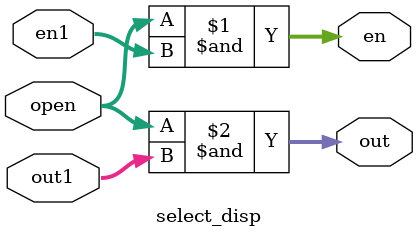
<source format=v>
`timescale 1ns / 1ps

module select_disp(open,en1,out1,en,out);

input [7:0] open;
input [7:0] en1,out1;
output [7:0] en,out;

assign en = (open)&(en1);
assign out = (open)&(out1);

endmodule

</source>
